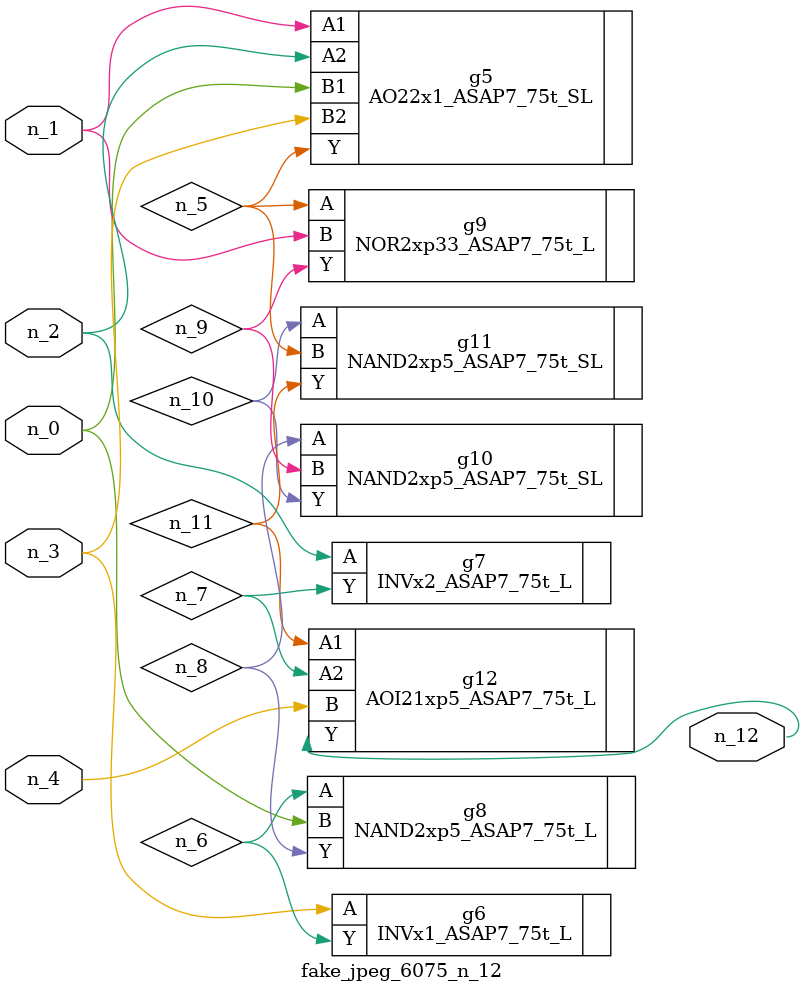
<source format=v>
module fake_jpeg_6075_n_12 (n_3, n_2, n_1, n_0, n_4, n_12);

input n_3;
input n_2;
input n_1;
input n_0;
input n_4;

output n_12;

wire n_11;
wire n_10;
wire n_8;
wire n_9;
wire n_6;
wire n_5;
wire n_7;

AO22x1_ASAP7_75t_SL g5 ( 
.A1(n_1),
.A2(n_2),
.B1(n_0),
.B2(n_3),
.Y(n_5)
);

INVx1_ASAP7_75t_L g6 ( 
.A(n_3),
.Y(n_6)
);

INVx2_ASAP7_75t_L g7 ( 
.A(n_2),
.Y(n_7)
);

NAND2xp5_ASAP7_75t_L g8 ( 
.A(n_6),
.B(n_0),
.Y(n_8)
);

NAND2xp5_ASAP7_75t_SL g10 ( 
.A(n_8),
.B(n_9),
.Y(n_10)
);

NOR2xp33_ASAP7_75t_L g9 ( 
.A(n_5),
.B(n_1),
.Y(n_9)
);

NAND2xp5_ASAP7_75t_SL g11 ( 
.A(n_10),
.B(n_5),
.Y(n_11)
);

AOI21xp5_ASAP7_75t_L g12 ( 
.A1(n_11),
.A2(n_7),
.B(n_4),
.Y(n_12)
);


endmodule
</source>
